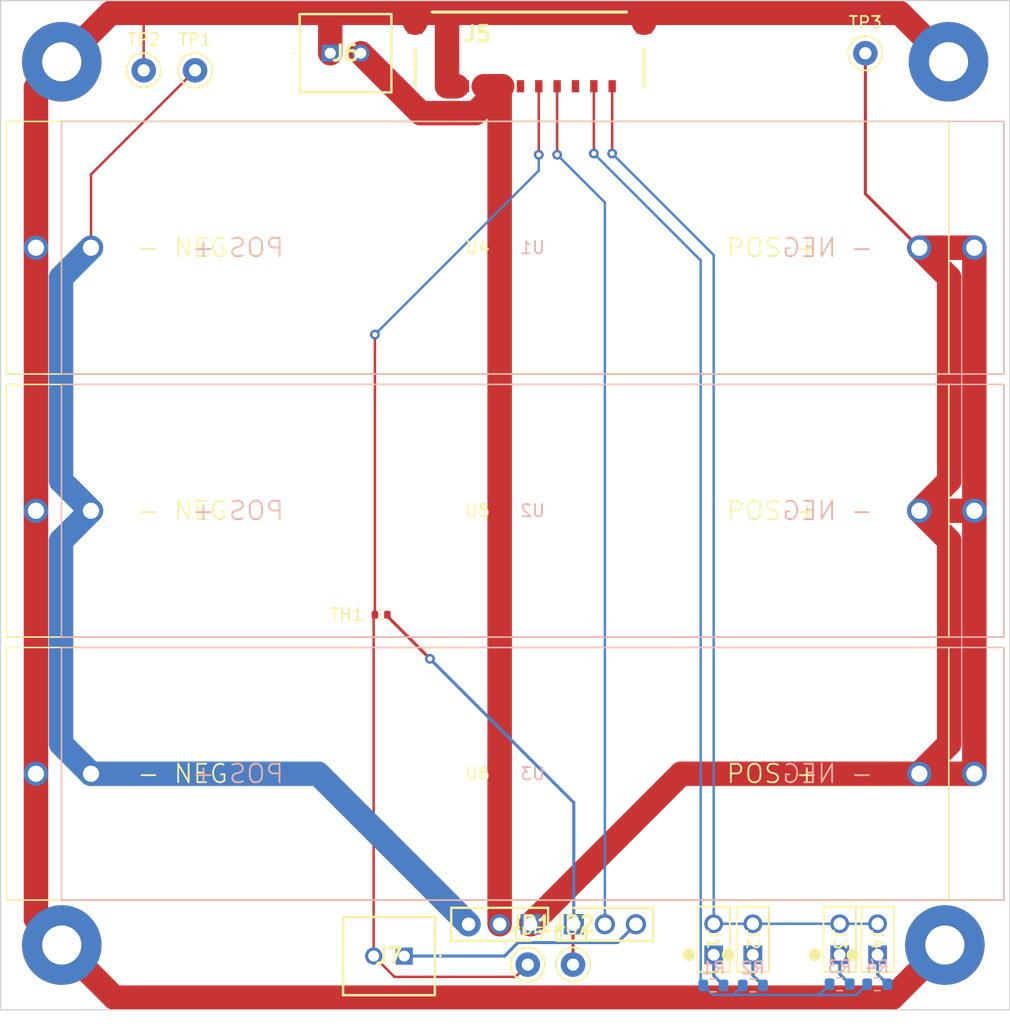
<source format=kicad_pcb>
(kicad_pcb (version 20221018) (generator pcbnew)
  (layers (0 "F.Cu" signal) (31 "B.Cu" signal) (34 "B.Paste" user) (35 "F.Paste" user) (36 "B.SilkS" user "B.Silkscreen") (37 "F.SilkS" user "F.Silkscreen") (38 "B.Mask" user) (39 "F.Mask" user) (44 "Edge.Cuts" user))
  (net 0 "")
  (net 1 "BATTERY_ID_+")
  (net 2 "BATTERY_-")
  (net 3 "/BATTERY_+_OUTPUT")
  (net 5 "THERMISTOR_-")
  (net 6 "THERMISTOR_+")
  (net 8 "BATTERY_ID_-")
  (net 9 "BATTERY_+")
  (net 10 "Net-(J7-Pad1)")
  (net 11 "BATTERY_MID")
  (net 12 "Net-(JP2-Pad1)")
  (net 13 "/2S_1.5MHz_SEL")
  (net 14 "/2S_750kHz_SEL")
  (net 15 "/1S_1.5MHz_SEL")
  (net 16 "/1S_750kHz_SEL")
  (footprint "TestPoint:TestPoint_Keystone_5000-5004_Miniature" (layer "F.Cu") (at 146.7 135.3)
    (fp_text reference "TP5" (at 0 -2.5) (layer "F.SilkS"))
    (fp_text value "White")
    (fp_circle (center 0 0) (end 1.4 0) (stroke (width 0.15)) (fill none) (layer "F.SilkS"))
    (pad "1" thru_hole circle (at 0 0) (size 2 2) (drill 1) (layers "*.Cu" "*.Mask") (net 5 "THERMISTOR_-"))
  )
  (footprint "TestPoint:TestPoint_Keystone_5000-5004_Miniature" (layer "F.Cu") (at 150.4 135.3)
    (fp_text reference "TP4" (at 0 -2.5) (layer "F.SilkS"))
    (fp_text value "White")
    (fp_circle (center 0 0) (end 1.4 0) (stroke (width 0.15)) (fill none) (layer "F.SilkS"))
    (pad "1" thru_hole circle (at 0 0) (size 2 2) (drill 1) (layers "*.Cu" "*.Mask") (net 12 "Net-(JP2-Pad1)"))
  )
  (footprint "TestPoint:TestPoint_Keystone_5000-5004_Miniature" (layer "F.Cu") (at 115.3 62.2)
    (fp_text reference "TP2" (at 0 -2.5) (layer "F.SilkS"))
    (fp_text value "Black")
    (fp_circle (center 0 0) (end 1.4 0) (stroke (width 0.15)) (fill none) (layer "F.SilkS"))
    (pad "1" thru_hole circle (at 0 0) (size 2 2) (drill 1) (layers "*.Cu" "*.Mask") (net 2 "BATTERY_-"))
  )
  (footprint "footprints:BAT_1043" (layer "F.Cu") (at 142.6 119.7)
    (fp_text reference "U6" (at 0 0) (layer "F.SilkS"))
    (fp_text value "1043")
    (fp_text user "- NEG" (at -27.94 0 unlocked) (layer "F.SilkS") (effects (font (size 1.5 1.5)) (justify left)))
    (fp_text user "POS +" (at 27.94 0 unlocked) (layer "F.SilkS") (effects (font (size 1.5 1.5)) (justify right)))
    (fp_line (start -38.525 -10.325) (end -38.525 10.325) (stroke (width 0.127)) (layer "F.SilkS"))
    (fp_line (start -38.525 10.325) (end 38.525 10.325) (stroke (width 0.127)) (layer "F.SilkS"))
    (fp_line (start 38.525 -10.325) (end -38.525 -10.325) (stroke (width 0.127)) (layer "F.SilkS"))
    (fp_line (start 38.525 10.325) (end 38.525 -10.325) (stroke (width 0.127)) (layer "F.SilkS"))
    (pad "" np_thru_hole circle (at -27.29 7.87) (size 3.55 3.55) (drill 3.55) (layers "*.Cu" "*.Mask"))
    (pad "" np_thru_hole circle (at 27.91 -7.87) (size 3.55 3.55) (drill 3.55) (layers "*.Cu" "*.Mask"))
    (pad "" np_thru_hole circle (at 36.11 7.87) (size 2.39 2.39) (drill 2.39) (layers "*.Cu" "*.Mask"))
    (pad "N" thru_hole circle (at -36.11 0) (size 1.98 1.98) (drill 1.32) (layers "*.Cu" "*.Mask") (net 2 "BATTERY_-"))
    (pad "P" thru_hole circle (at 36.11 0) (size 1.98 1.98) (drill 1.32) (layers "*.Cu" "*.Mask") (net 11 "BATTERY_MID"))
  )
  (footprint "TestPoint:TestPoint_Keystone_5000-5004_Miniature" (layer "F.Cu") (at 174.3 60.8)
    (fp_text reference "TP3" (at 0 -2.5) (layer "F.SilkS"))
    (fp_text value "White")
    (fp_circle (center 0 0) (end 1.4 0) (stroke (width 0.15)) (fill none) (layer "F.SilkS"))
    (pad "1" thru_hole circle (at 0 0) (size 2 2) (drill 1) (layers "*.Cu" "*.Mask") (net 11 "BATTERY_MID"))
  )
  (footprint "footprints:77311-818-02LF_AMP" (layer "F.Cu") (at 175.3 134.5 -90)
    (fp_text reference "J4" (at -1.27 0 -90 unlocked) (layer "F.SilkS"))
    (fp_text value "77311-818-02LF")
    (fp_line (start -3.937 -1.3208) (end -3.937 1.3208) (stroke (width 0.1524)) (layer "F.SilkS"))
    (fp_line (start -3.937 1.3208) (end 1.397 1.3208) (stroke (width 0.1524)) (layer "F.SilkS"))
    (fp_line (start 1.397 -1.3208) (end -3.937 -1.3208) (stroke (width 0.1524)) (layer "F.SilkS"))
    (fp_line (start 1.397 1.3208) (end 1.397 -1.3208) (stroke (width 0.1524)) (layer "F.SilkS"))
    (fp_circle (center 0 2.032) (end 0.254 2.032) (stroke (width 0.508)) (fill none) (layer "F.SilkS"))
    (pad "1" thru_hole rect (at 0 0 270) (size 1.524 1.524) (drill 0.9652) (layers "*.Cu" "*.Mask") (net 16 "/1S_750kHz_SEL"))
    (pad "2" thru_hole circle (at -2.54 0 270) (size 1.524 1.524) (drill 1.016) (layers "*.Cu" "*.Mask") (net 1 "BATTERY_ID_+"))
  )
  (footprint "footprints:HDRV3W64P0X254_1X3_762X254X869P" (layer "F.Cu") (at 150.46 132)
    (fp_text reference "JP2" (at 0 0) (layer "F.SilkS") (effects (font (size 1.27 1.27) (thickness 0.254))))
    (fp_text value "3P Header" hide)
    (fp_line (start -1.42 0) (end -1.42 1.345) (stroke (width 0.2)) (layer "F.SilkS"))
    (fp_line (start -1.42 1.345) (end 6.5 1.345) (stroke (width 0.2)) (layer "F.SilkS"))
    (fp_line (start 6.5 -1.345) (end 0 -1.345) (stroke (width 0.2)) (layer "F.SilkS"))
    (fp_line (start 6.5 1.345) (end 6.5 -1.345) (stroke (width 0.2)) (layer "F.SilkS"))
    (pad "1" thru_hole rect (at 0 0) (size 1.65 1.65) (drill 1.1) (layers "*.Cu" "*.Mask") (net 12 "Net-(JP2-Pad1)"))
    (pad "2" thru_hole circle (at 2.54 0) (size 1.65 1.65) (drill 1.1) (layers "*.Cu" "*.Mask") (net 6 "THERMISTOR_+"))
    (pad "3" thru_hole circle (at 5.08 0) (size 1.65 1.65) (drill 1.1) (layers "*.Cu" "*.Mask") (net 10 "Net-(J7-Pad1)"))
  )
  (footprint "footprints:BAT_1043" (layer "F.Cu") (at 142.6 98.2)
    (fp_text reference "U5" (at 0 0) (layer "F.SilkS"))
    (fp_text value "1043")
    (fp_text user "POS +" (at 27.94 0 unlocked) (layer "F.SilkS") (effects (font (size 1.5 1.5)) (justify right)))
    (fp_text user "- NEG" (at -27.94 0 unlocked) (layer "F.SilkS") (effects (font (size 1.5 1.5)) (justify left)))
    (fp_line (start -38.525 -10.325) (end -38.525 10.325) (stroke (width 0.127)) (layer "F.SilkS"))
    (fp_line (start -38.525 10.325) (end 38.525 10.325) (stroke (width 0.127)) (layer "F.SilkS"))
    (fp_line (start 38.525 -10.325) (end -38.525 -10.325) (stroke (width 0.127)) (layer "F.SilkS"))
    (fp_line (start 38.525 10.325) (end 38.525 -10.325) (stroke (width 0.127)) (layer "F.SilkS"))
    (pad "" np_thru_hole circle (at -27.29 7.87) (size 3.55 3.55) (drill 3.55) (layers "*.Cu" "*.Mask"))
    (pad "" np_thru_hole circle (at 27.91 -7.87) (size 3.55 3.55) (drill 3.55) (layers "*.Cu" "*.Mask"))
    (pad "" np_thru_hole circle (at 36.11 7.87) (size 2.39 2.39) (drill 2.39) (layers "*.Cu" "*.Mask"))
    (pad "N" thru_hole circle (at -36.11 0) (size 1.98 1.98) (drill 1.32) (layers "*.Cu" "*.Mask") (net 2 "BATTERY_-"))
    (pad "P" thru_hole circle (at 36.11 0) (size 1.98 1.98) (drill 1.32) (layers "*.Cu" "*.Mask") (net 11 "BATTERY_MID"))
  )
  (footprint "footprints:HDRV3W64P0X254_1X3_762X254X869P" (layer "F.Cu") (at 146.94 132 180)
    (fp_text reference "JP1" (at 0 0) (layer "F.SilkS") (effects (font (size 1.27 1.27) (thickness 0.254))))
    (fp_text value "3P Header" hide)
    (fp_line (start -1.42 0) (end -1.42 1.345) (stroke (width 0.2)) (layer "F.SilkS"))
    (fp_line (start -1.42 1.345) (end 6.5 1.345) (stroke (width 0.2)) (layer "F.SilkS"))
    (fp_line (start 6.5 -1.345) (end 0 -1.345) (stroke (width 0.2)) (layer "F.SilkS"))
    (fp_line (start 6.5 1.345) (end 6.5 -1.345) (stroke (width 0.2)) (layer "F.SilkS"))
    (pad "1" thru_hole rect (at 0 0 180) (size 1.65 1.65) (drill 1.1) (layers "*.Cu" "*.Mask") (net 11 "BATTERY_MID"))
    (pad "2" thru_hole circle (at 2.54 0 180) (size 1.65 1.65) (drill 1.1) (layers "*.Cu" "*.Mask") (net 3 "/BATTERY_+_OUTPUT"))
    (pad "3" thru_hole circle (at 5.08 0 180) (size 1.65 1.65) (drill 1.1) (layers "*.Cu" "*.Mask") (net 9 "BATTERY_+"))
  )
  (footprint "footprints:77311-818-02LF_AMP" (layer "F.Cu") (at 165.1 134.5 -90)
    (fp_text reference "J2" (at -1.27 0 -90 unlocked) (layer "F.SilkS"))
    (fp_text value "77311-818-02LF")
    (fp_line (start -3.937 -1.3208) (end -3.937 1.3208) (stroke (width 0.1524)) (layer "F.SilkS"))
    (fp_line (start -3.937 1.3208) (end 1.397 1.3208) (stroke (width 0.1524)) (layer "F.SilkS"))
    (fp_line (start 1.397 -1.3208) (end -3.937 -1.3208) (stroke (width 0.1524)) (layer "F.SilkS"))
    (fp_line (start 1.397 1.3208) (end 1.397 -1.3208) (stroke (width 0.1524)) (layer "F.SilkS"))
    (fp_circle (center 0 2.032) (end 0.254 2.032) (stroke (width 0.508)) (fill none) (layer "F.SilkS"))
    (pad "1" thru_hole rect (at 0 0 270) (size 1.524 1.524) (drill 0.9652) (layers "*.Cu" "*.Mask") (net 14 "/2S_750kHz_SEL"))
    (pad "2" thru_hole circle (at -2.54 0 270) (size 1.524 1.524) (drill 1.016) (layers "*.Cu" "*.Mask") (net 1 "BATTERY_ID_+"))
  )
  (footprint "Resistor_SMD:R_0402_1005Metric" (layer "F.Cu") (at 134.71 106.7 180)
    (fp_text reference "TH1" (at 2.81 0) (layer "F.SilkS"))
    (fp_text value "10k NTC")
    (fp_line (start -0.153641 -0.38) (end 0.153641 -0.38) (stroke (width 0.12)) (layer "F.SilkS"))
    (fp_line (start -0.153641 0.38) (end 0.153641 0.38) (stroke (width 0.12)) (layer "F.SilkS"))
    (pad "1" smd roundrect (at -0.51 0 180) (size 0.54 0.64) (layers "F.Cu" "F.Paste" "F.Mask") (net 12 "Net-(JP2-Pad1)"))
    (pad "2" smd roundrect (at 0.51 0 180) (size 0.54 0.64) (layers "F.Cu" "F.Paste" "F.Mask") (net 5 "THERMISTOR_-"))
  )
  (footprint "footprints:B02BXASK1LFSN" (layer "F.Cu") (at 136.6 134.6)
    (fp_text reference "J7" (at -1.25 0) (layer "F.SilkS") (effects (font (size 1.27 1.27) (thickness 0.254))))
    (fp_text value "B02B-XASK-1 (LF)(SN)" hide)
    (fp_line (start -5 -3.2) (end 2.5 -3.2) (stroke (width 0.2)) (layer "F.SilkS"))
    (fp_line (start -5 3.2) (end -5 -3.2) (stroke (width 0.2)) (layer "F.SilkS"))
    (fp_line (start 2.5 -3.2) (end 2.5 3.2) (stroke (width 0.2)) (layer "F.SilkS"))
    (fp_line (start 2.5 3.2) (end -5 3.2) (stroke (width 0.2)) (layer "F.SilkS"))
    (fp_line (start 2.9 0) (end 2.9 0) (stroke (width 0.1)) (layer "F.SilkS"))
    (fp_line (start 3 0) (end 3 0) (stroke (width 0.1)) (layer "F.SilkS"))
    (fp_arc (start 2.9 0) (mid 2.95 -0.05) (end 3 0) (stroke (width 0.1)) (layer "F.SilkS"))
    (fp_arc (start 3 0) (mid 2.95 0.05) (end 2.9 0) (stroke (width 0.1)) (layer "F.SilkS"))
    (pad "1" thru_hole rect (at 0 0) (size 1.4 1.4) (drill 0.9) (layers "*.Cu" "*.Mask") (net 10 "Net-(J7-Pad1)"))
    (pad "2" thru_hole circle (at -2.5 0) (size 1.4 1.4) (drill 0.9) (layers "*.Cu" "*.Mask") (net 5 "THERMISTOR_-"))
  )
  (footprint "footprints:504050-1091" (layer "F.Cu") (at 153.6 63.5)
    (fp_text reference "J5" (at -11.003 -4.269) (layer "F.SilkS") (effects (font (size 1.27 1.27) (thickness 0.254))))
    (fp_text value "504050-1091" hide)
    (fp_line (start -16.105 -3.032) (end -16.105 0) (stroke (width 0.254)) (layer "F.SilkS"))
    (fp_line (start -14.712 -6.063) (end 1.17 -6.063) (stroke (width 0.254)) (layer "F.SilkS"))
    (fp_line (start 2.605 -3.032) (end 2.605 0) (stroke (width 0.254)) (layer "F.SilkS"))
    (pad "1" smd rect (at -13.5 0) (size 0.6 1) (layers "F.Cu" "F.Paste" "F.Mask") (net 2 "BATTERY_-"))
    (pad "2" smd rect (at -12 0) (size 0.6 1) (layers "F.Cu" "F.Paste" "F.Mask") (net 2 "BATTERY_-"))
    (pad "3" smd rect (at -10.5 0) (size 0.6 1) (layers "F.Cu" "F.Paste" "F.Mask") (net 3 "/BATTERY_+_OUTPUT"))
    (pad "4" smd rect (at -9 0) (size 0.6 1) (layers "F.Cu" "F.Paste" "F.Mask") (net 3 "/BATTERY_+_OUTPUT"))
    (pad "5" smd rect (at -7.5 0) (size 0.6 1) (layers "F.Cu" "F.Paste" "F.Mask"))
    (pad "6" smd rect (at -6 0) (size 0.6 1) (layers "F.Cu" "F.Paste" "F.Mask") (net 5 "THERMISTOR_-"))
    (pad "7" smd rect (at -4.5 0) (size 0.6 1) (layers "F.Cu" "F.Paste" "F.Mask") (net 6 "THERMISTOR_+"))
    (pad "8" smd rect (at -3 0) (size 0.6 1) (layers "F.Cu" "F.Paste" "F.Mask"))
    (pad "9" smd rect (at -1.5 0) (size 0.6 1) (layers "F.Cu" "F.Paste" "F.Mask") (net 8 "BATTERY_ID_-"))
    (pad "10" smd rect (at 0 0) (size 0.6 1) (layers "F.Cu" "F.Paste" "F.Mask") (net 1 "BATTERY_ID_+"))
    (pad "11" smd rect (at 2.605 -5.19) (size 1.25 1.8) (layers "F.Cu" "F.Paste" "F.Mask") (net 2 "BATTERY_-"))
    (pad "12" smd rect (at -16.105 -5.19) (size 1.25 1.8) (layers "F.Cu" "F.Paste" "F.Mask") (net 2 "BATTERY_-"))
  )
  (footprint "footprints:77311-818-02LF_AMP" (layer "F.Cu") (at 161.9 134.5 -90)
    (fp_text reference "J1" (at -1.27 0 -90 unlocked) (layer "F.SilkS"))
    (fp_text value "77311-818-02LF")
    (fp_line (start -3.937 -1.3208) (end -3.937 1.3208) (stroke (width 0.1524)) (layer "F.SilkS"))
    (fp_line (start -3.937 1.3208) (end 1.397 1.3208) (stroke (width 0.1524)) (layer "F.SilkS"))
    (fp_line (start 1.397 -1.3208) (end -3.937 -1.3208) (stroke (width 0.1524)) (layer "F.SilkS"))
    (fp_line (start 1.397 1.3208) (end 1.397 -1.3208) (stroke (width 0.1524)) (layer "F.SilkS"))
    (fp_circle (center 0 2.032) (end 0.254 2.032) (stroke (width 0.508)) (fill none) (layer "F.SilkS"))
    (pad "1" thru_hole rect (at 0 0 270) (size 1.524 1.524) (drill 0.9652) (layers "*.Cu" "*.Mask") (net 13 "/2S_1.5MHz_SEL"))
    (pad "2" thru_hole circle (at -2.54 0 270) (size 1.524 1.524) (drill 1.016) (layers "*.Cu" "*.Mask") (net 1 "BATTERY_ID_+"))
  )
  (footprint "TestPoint:TestPoint_Keystone_5000-5004_Miniature" (layer "F.Cu") (at 119.5 62.2)
    (fp_text reference "TP1" (at 0 -2.5) (layer "F.SilkS"))
    (fp_text value "Red")
    (fp_circle (center 0 0) (end 1.4 0) (stroke (width 0.15)) (fill none) (layer "F.SilkS"))
    (pad "1" thru_hole circle (at 0 0) (size 2 2) (drill 1) (layers "*.Cu" "*.Mask") (net 9 "BATTERY_+"))
  )
  (footprint "footprints:77311-818-02LF_AMP" (layer "F.Cu") (at 172.2 134.5 -90)
    (fp_text reference "J3" (at -1.27 0 -90 unlocked) (layer "F.SilkS"))
    (fp_text value "77311-818-02LF")
    (fp_line (start -3.937 -1.3208) (end -3.937 1.3208) (stroke (width 0.1524)) (layer "F.SilkS"))
    (fp_line (start -3.937 1.3208) (end 1.397 1.3208) (stroke (width 0.1524)) (layer "F.SilkS"))
    (fp_line (start 1.397 -1.3208) (end -3.937 -1.3208) (stroke (width 0.1524)) (layer "F.SilkS"))
    (fp_line (start 1.397 1.3208) (end 1.397 -1.3208) (stroke (width 0.1524)) (layer "F.SilkS"))
    (fp_circle (center 0 2.032) (end 0.254 2.032) (stroke (width 0.508)) (fill none) (layer "F.SilkS"))
    (pad "1" thru_hole rect (at 0 0 270) (size 1.524 1.524) (drill 0.9652) (layers "*.Cu" "*.Mask") (net 15 "/1S_1.5MHz_SEL"))
    (pad "2" thru_hole circle (at -2.54 0 270) (size 1.524 1.524) (drill 1.016) (layers "*.Cu" "*.Mask") (net 1 "BATTERY_ID_+"))
  )
  (footprint "footprints:B02BXASK1LFSN" (layer "F.Cu") (at 130.55 60.8 180)
    (fp_text reference "J6" (at -1.25 0) (layer "F.SilkS") (effects (font (size 1.27 1.27) (thickness 0.254))))
    (fp_text value "B02B-XASK-1 (LF)(SN)" hide)
    (fp_line (start -5 -3.2) (end 2.5 -3.2) (stroke (width 0.2)) (layer "F.SilkS"))
    (fp_line (start -5 3.2) (end -5 -3.2) (stroke (width 0.2)) (layer "F.SilkS"))
    (fp_line (start 2.5 -3.2) (end 2.5 3.2) (stroke (width 0.2)) (layer "F.SilkS"))
    (fp_line (start 2.5 3.2) (end -5 3.2) (stroke (width 0.2)) (layer "F.SilkS"))
    (fp_line (start 2.9 0) (end 2.9 0) (stroke (width 0.1)) (layer "F.SilkS"))
    (fp_line (start 3 0) (end 3 0) (stroke (width 0.1)) (layer "F.SilkS"))
    (fp_arc (start 2.9 0) (mid 2.95 -0.05) (end 3 0) (stroke (width 0.1)) (layer "F.SilkS"))
    (fp_arc (start 3 0) (mid 2.95 0.05) (end 2.9 0) (stroke (width 0.1)) (layer "F.SilkS"))
    (pad "1" thru_hole rect (at 0 0 180) (size 1.4 1.4) (drill 0.9) (layers "*.Cu" "*.Mask") (net 2 "BATTERY_-"))
    (pad "2" thru_hole circle (at -2.5 0 180) (size 1.4 1.4) (drill 0.9) (layers "*.Cu" "*.Mask") (net 3 "/BATTERY_+_OUTPUT"))
  )
  (footprint "footprints:BAT_1043" (layer "F.Cu") (at 142.6 76.7)
    (fp_text reference "U4" (at 0 0) (layer "F.SilkS"))
    (fp_text value "1043")
    (fp_text user "POS +" (at 27.94 0 unlocked) (layer "F.SilkS") (effects (font (size 1.5 1.5)) (justify right)))
    (fp_text user "- NEG" (at -27.94 0 unlocked) (layer "F.SilkS") (effects (font (size 1.5 1.5)) (justify left)))
    (fp_line (start -38.525 -10.325) (end -38.525 10.325) (stroke (width 0.127)) (layer "F.SilkS"))
    (fp_line (start -38.525 10.325) (end 38.525 10.325) (stroke (width 0.127)) (layer "F.SilkS"))
    (fp_line (start 38.525 -10.325) (end -38.525 -10.325) (stroke (width 0.127)) (layer "F.SilkS"))
    (fp_line (start 38.525 10.325) (end 38.525 -10.325) (stroke (width 0.127)) (layer "F.SilkS"))
    (pad "" np_thru_hole circle (at -27.29 7.87) (size 3.55 3.55) (drill 3.55) (layers "*.Cu" "*.Mask"))
    (pad "" np_thru_hole circle (at 27.91 -7.87) (size 3.55 3.55) (drill 3.55) (layers "*.Cu" "*.Mask"))
    (pad "" np_thru_hole circle (at 36.11 7.87) (size 2.39 2.39) (drill 2.39) (layers "*.Cu" "*.Mask"))
    (pad "N" thru_hole circle (at -36.11 0) (size 1.98 1.98) (drill 1.32) (layers "*.Cu" "*.Mask") (net 2 "BATTERY_-"))
    (pad "P" thru_hole circle (at 36.11 0) (size 1.98 1.98) (drill 1.32) (layers "*.Cu" "*.Mask") (net 11 "BATTERY_MID"))
  )
  (footprint "Resistor_SMD:R_0603_1608Metric" (layer "B.Cu") (at 172.2 136.9 180)
    (fp_text reference "R3" (at 0 1.43) (layer "B.SilkS") (effects (justify mirror)))
    (fp_text value "3.0k")
    (fp_line (start -0.237258 -0.5225) (end 0.237258 -0.5225) (stroke (width 0.12)) (layer "B.SilkS"))
    (fp_line (start -0.237258 0.5225) (end 0.237258 0.5225) (stroke (width 0.12)) (layer "B.SilkS"))
    (pad "1" smd roundrect (at -0.825 0 180) (size 0.8 0.95) (layers "B.Cu" "B.Paste" "B.Mask") (net 15 "/1S_1.5MHz_SEL"))
    (pad "2" smd roundrect (at 0.825 0 180) (size 0.8 0.95) (layers "B.Cu" "B.Paste" "B.Mask") (net 8 "BATTERY_ID_-"))
  )
  (footprint "footprints:BAT_1043" (layer "B.Cu") (at 147.1 98.2 180)
    (fp_text reference "U2" (at 0 0) (layer "B.SilkS") (effects (justify mirror)))
    (fp_text value "1043")
    (fp_text user "POS +" (at 27.94 0 unlocked) (layer "B.SilkS") (effects (font (size 1.5 1.5)) (justify right mirror)))
    (fp_text user "- NEG" (at -27.94 0 unlocked) (layer "B.SilkS") (effects (font (size 1.5 1.5)) (justify left mirror)))
    (fp_line (start -38.525 -10.325) (end 38.525 -10.325) (stroke (width 0.127)) (layer "B.SilkS"))
    (fp_line (start -38.525 10.325) (end -38.525 -10.325) (stroke (width 0.127)) (layer "B.SilkS"))
    (fp_line (start 38.525 -10.325) (end 38.525 10.325) (stroke (width 0.127)) (layer "B.SilkS"))
    (fp_line (start 38.525 10.325) (end -38.525 10.325) (stroke (width 0.127)) (layer "B.SilkS"))
    (pad "" np_thru_hole circle (at -27.29 -7.87 180) (size 3.55 3.55) (drill 3.55) (layers "*.Cu" "*.Mask"))
    (pad "" np_thru_hole circle (at 27.91 7.87 180) (size 3.55 3.55) (drill 3.55) (layers "*.Cu" "*.Mask"))
    (pad "" np_thru_hole circle (at 36.11 -7.87 180) (size 2.39 2.39) (drill 2.39) (layers "*.Cu" "*.Mask"))
    (pad "N" thru_hole circle (at -36.11 0 180) (size 1.98 1.98) (drill 1.32) (layers "*.Cu" "*.Mask") (net 11 "BATTERY_MID"))
    (pad "P" thru_hole circle (at 36.11 0 180) (size 1.98 1.98) (drill 1.32) (layers "*.Cu" "*.Mask") (net 9 "BATTERY_+"))
  )
  (footprint "Resistor_SMD:R_0603_1608Metric" (layer "B.Cu") (at 161.875 137 180)
    (fp_text reference "R1" (at 0 1.43) (layer "B.SilkS") (effects (justify mirror)))
    (fp_text value "6.04k")
    (fp_line (start -0.237258 -0.5225) (end 0.237258 -0.5225) (stroke (width 0.12)) (layer "B.SilkS"))
    (fp_line (start -0.237258 0.5225) (end 0.237258 0.5225) (stroke (width 0.12)) (layer "B.SilkS"))
    (pad "1" smd roundrect (at -0.825 0 180) (size 0.8 0.95) (layers "B.Cu" "B.Paste" "B.Mask") (net 13 "/2S_1.5MHz_SEL"))
    (pad "2" smd roundrect (at 0.825 0 180) (size 0.8 0.95) (layers "B.Cu" "B.Paste" "B.Mask") (net 8 "BATTERY_ID_-"))
  )
  (footprint "Resistor_SMD:R_0603_1608Metric" (layer "B.Cu") (at 165.1 137 180)
    (fp_text reference "R2" (at 0 1.43) (layer "B.SilkS") (effects (justify mirror)))
    (fp_text value "8.2k")
    (fp_line (start -0.237258 -0.5225) (end 0.237258 -0.5225) (stroke (width 0.12)) (layer "B.SilkS"))
    (fp_line (start -0.237258 0.5225) (end 0.237258 0.5225) (stroke (width 0.12)) (layer "B.SilkS"))
    (pad "1" smd roundrect (at -0.825 0 180) (size 0.8 0.95) (layers "B.Cu" "B.Paste" "B.Mask") (net 14 "/2S_750kHz_SEL"))
    (pad "2" smd roundrect (at 0.825 0 180) (size 0.8 0.95) (layers "B.Cu" "B.Paste" "B.Mask") (net 8 "BATTERY_ID_-"))
  )
  (footprint "Resistor_SMD:R_0603_1608Metric" (layer "B.Cu") (at 175.275 136.9 180)
    (fp_text reference "R4" (at 0 1.43) (layer "B.SilkS") (effects (justify mirror)))
    (fp_text value "4.7k")
    (fp_line (start -0.237258 -0.5225) (end 0.237258 -0.5225) (stroke (width 0.12)) (layer "B.SilkS"))
    (fp_line (start -0.237258 0.5225) (end 0.237258 0.5225) (stroke (width 0.12)) (layer "B.SilkS"))
    (pad "1" smd roundrect (at -0.825 0 180) (size 0.8 0.95) (layers "B.Cu" "B.Paste" "B.Mask") (net 16 "/1S_750kHz_SEL"))
    (pad "2" smd roundrect (at 0.825 0 180) (size 0.8 0.95) (layers "B.Cu" "B.Paste" "B.Mask") (net 8 "BATTERY_ID_-"))
  )
  (footprint "footprints:BAT_1043" (layer "B.Cu") (at 147.1 76.7 180)
    (fp_text reference "U1" (at 0 0) (layer "B.SilkS") (effects (justify mirror)))
    (fp_text value "1043")
    (fp_text user "POS +" (at 27.94 0 unlocked) (layer "B.SilkS") (effects (font (size 1.5 1.5)) (justify right mirror)))
    (fp_text user "- NEG" (at -27.94 0 unlocked) (layer "B.SilkS") (effects (font (size 1.5 1.5)) (justify left mirror)))
    (fp_line (start -38.525 -10.325) (end 38.525 -10.325) (stroke (width 0.127)) (layer "B.SilkS"))
    (fp_line (start -38.525 10.325) (end -38.525 -10.325) (stroke (width 0.127)) (layer "B.SilkS"))
    (fp_line (start 38.525 -10.325) (end 38.525 10.325) (stroke (width 0.127)) (layer "B.SilkS"))
    (fp_line (start 38.525 10.325) (end -38.525 10.325) (stroke (width 0.127)) (layer "B.SilkS"))
    (pad "" np_thru_hole circle (at -27.29 -7.87 180) (size 3.55 3.55) (drill 3.55) (layers "*.Cu" "*.Mask"))
    (pad "" np_thru_hole circle (at 27.91 7.87 180) (size 3.55 3.55) (drill 3.55) (layers "*.Cu" "*.Mask"))
    (pad "" np_thru_hole circle (at 36.11 -7.87 180) (size 2.39 2.39) (drill 2.39) (layers "*.Cu" "*.Mask"))
    (pad "N" thru_hole circle (at -36.11 0 180) (size 1.98 1.98) (drill 1.32) (layers "*.Cu" "*.Mask") (net 11 "BATTERY_MID"))
    (pad "P" thru_hole circle (at 36.11 0 180) (size 1.98 1.98) (drill 1.32) (layers "*.Cu" "*.Mask") (net 9 "BATTERY_+"))
  )
  (footprint "footprints:BAT_1043" (layer "B.Cu") (at 147.1 119.7 180)
    (fp_text reference "U3" (at 0 0) (layer "B.SilkS") (effects (justify mirror)))
    (fp_text value "1043")
    (fp_text user "- NEG" (at -27.94 0 unlocked) (layer "B.SilkS") (effects (font (size 1.5 1.5)) (justify left mirror)))
    (fp_text user "POS +" (at 27.94 0 unlocked) (layer "B.SilkS") (effects (font (size 1.5 1.5)) (justify right mirror)))
    (fp_line (start -38.525 -10.325) (end 38.525 -10.325) (stroke (width 0.127)) (layer "B.SilkS"))
    (fp_line (start -38.525 10.325) (end -38.525 -10.325) (stroke (width 0.127)) (layer "B.SilkS"))
    (fp_line (start 38.525 -10.325) (end 38.525 10.325) (stroke (width 0.127)) (layer "B.SilkS"))
    (fp_line (start 38.525 10.325) (end -38.525 10.325) (stroke (width 0.127)) (layer "B.SilkS"))
    (pad "" np_thru_hole circle (at -27.29 -7.87 180) (size 3.55 3.55) (drill 3.55) (layers "*.Cu" "*.Mask"))
    (pad "" np_thru_hole circle (at 27.91 7.87 180) (size 3.55 3.55) (drill 3.55) (layers "*.Cu" "*.Mask"))
    (pad "" np_thru_hole circle (at 36.11 -7.87 180) (size 2.39 2.39) (drill 2.39) (layers "*.Cu" "*.Mask"))
    (pad "N" thru_hole circle (at -36.11 0 180) (size 1.98 1.98) (drill 1.32) (layers "*.Cu" "*.Mask") (net 11 "BATTERY_MID"))
    (pad "P" thru_hole circle (at 36.11 0 180) (size 1.98 1.98) (drill 1.32) (layers "*.Cu" "*.Mask") (net 9 "BATTERY_+"))
  )
  (gr_rect (start 103.6 56.5) (end 186.1 139) (stroke (width 0.1)) (fill none) (layer "Edge.Cuts"))
  (segment (start 153.6 69) (end 153.6 63.5) (width 0.2) (layer "F.Cu") (net 1))
  (via (at 153.6 69) (size 0.8) (drill 0.4) (layers "F.Cu" "B.Cu") (net 1))
  (segment (start 161.9 77.3) (end 153.6 69) (width 0.2) (layer "B.Cu") (net 1))
  (segment (start 175.3 131.96) (end 161.9 131.96) (width 0.2) (layer "B.Cu") (net 1))
  (segment (start 161.9 131.96) (end 161.9 77.3) (width 0.2) (layer "B.Cu") (net 1))
  (segment (start 137.495 57.505) (end 137.5 57.5) (width 2) (layer "F.Cu") (net 2))
  (segment (start 140.1 57.5) (end 156.2 57.5) (width 2) (layer "F.Cu") (net 2))
  (segment (start 106.49 76.5) (end 106.49 63.61) (width 2) (layer "F.Cu") (net 2))
  (segment (start 106.49 63.61) (end 108.6 61.5) (width 2) (layer "F.Cu") (net 2))
  (segment (start 106.49 76.5) (end 106.49 131.59) (width 2) (layer "F.Cu") (net 2))
  (segment (start 156.205 58.31) (end 156.205 57.505) (width 2) (layer "F.Cu") (net 2))
  (segment (start 137.495 58.31) (end 137.495 57.505) (width 2) (layer "F.Cu") (net 2))
  (segment (start 115.3 62.2) (end 115.3 57.5) (width 0.2) (layer "F.Cu") (net 2))
  (segment (start 137.5 57.5) (end 140.1 57.5) (width 2) (layer "F.Cu") (net 2))
  (segment (start 106.49 131.59) (end 108.6 133.7) (width 2) (layer "F.Cu") (net 2))
  (segment (start 130.55 57.55) (end 130.6 57.5) (width 2) (layer "F.Cu") (net 2))
  (segment (start 140.1 63.5) (end 140.1 57.5) (width 2) (layer "F.Cu") (net 2))
  (segment (start 176.5 138) (end 180.8 133.7) (width 2) (layer "F.Cu") (net 2))
  (segment (start 108.6 61.5) (end 112.6 57.5) (width 2) (layer "F.Cu") (net 2))
  (segment (start 130.6 57.5) (end 137.5 57.5) (width 2) (layer "F.Cu") (net 2))
  (segment (start 156.205 57.505) (end 156.2 57.5) (width 2) (layer "F.Cu") (net 2))
  (segment (start 140.1 63.5) (end 140.9 63.5) (width 2) (layer "F.Cu") (net 2))
  (segment (start 177.1 57.5) (end 181.1 61.5) (width 2) (layer "F.Cu") (net 2))
  (segment (start 130.55 60.8) (end 130.55 57.55) (width 2) (layer "F.Cu") (net 2))
  (segment (start 112.9 138) (end 176.5 138) (width 2) (layer "F.Cu") (net 2))
  (segment (start 156.2 57.5) (end 177.1 57.5) (width 2) (layer "F.Cu") (net 2))
  (segment (start 108.6 133.7) (end 112.9 138) (width 2) (layer "F.Cu") (net 2))
  (segment (start 112.6 57.5) (end 115.3 57.5) (width 2) (layer "F.Cu") (net 2))
  (segment (start 115.3 57.5) (end 130.6 57.5) (width 2) (layer "F.Cu") (net 2))
  (via (at 181.1 61.5) (size 6.5) (drill 3.2) (layers "F.Cu" "B.Cu") (net 2))
  (via (at 108.6 133.7) (size 6.5) (drill 3.2) (layers "F.Cu" "B.Cu") (net 2))
  (via (at 180.8 133.7) (size 6.5) (drill 3.2) (layers "F.Cu" "B.Cu") (net 2))
  (via (at 108.6 61.5) (size 6.5) (drill 3.2) (layers "F.Cu" "B.Cu") (net 2))
  (segment (start 144.6 63.5) (end 143.1 63.5) (width 2) (layer "F.Cu") (net 3))
  (segment (start 133.05 60.8) (end 137.95 65.7) (width 2) (layer "F.Cu") (net 3))
  (segment (start 144.4 132) (end 144.4 63.7) (width 2) (layer "F.Cu") (net 3))
  (segment (start 137.95 65.7) (end 142.4 65.7) (width 2) (layer "F.Cu") (net 3))
  (segment (start 144.4 63.7) (end 144.6 63.5) (width 2) (layer "F.Cu") (net 3))
  (segment (start 142.4 65.7) (end 144.4 63.7) (width 2) (layer "F.Cu") (net 3))
  (segment (start 147.6 69.1) (end 147.6 63.5) (width 0.2) (layer "F.Cu") (net 5))
  (segment (start 134.1 106.8) (end 134.2 106.7) (width 0.2) (layer "F.Cu") (net 5))
  (segment (start 134.2 84.5) (end 134.2 83.8) (width 0.2) (layer "F.Cu") (net 5))
  (segment (start 134.2 106.7) (end 134.2 84.5) (width 0.2) (layer "F.Cu") (net 5))
  (segment (start 146.7 135.3) (end 145.7 136.3) (width 0.2) (layer "F.Cu") (net 5))
  (segment (start 134.1 134.6) (end 134.1 106.8) (width 0.2) (layer "F.Cu") (net 5))
  (segment (start 145.7 136.3) (end 135.8 136.3) (width 0.2) (layer "F.Cu") (net 5))
  (segment (start 135.8 136.3) (end 134.1 134.6) (width 0.2) (layer "F.Cu") (net 5))
  (via (at 147.6 69.1) (size 0.8) (drill 0.4) (layers "F.Cu" "B.Cu") (net 5))
  (via (at 134.2 83.8) (size 0.8) (drill 0.4) (layers "F.Cu" "B.Cu") (net 5))
  (segment (start 134.2 83.8) (end 147.6 70.4) (width 0.2) (layer "B.Cu") (net 5))
  (segment (start 147.6 70.4) (end 147.6 69.1) (width 0.2) (layer "B.Cu") (net 5))
  (segment (start 149.1 69.1) (end 149.1 63.5) (width 0.2) (layer "F.Cu") (net 6))
  (via (at 149.1 69.1) (size 0.8) (drill 0.4) (layers "F.Cu" "B.Cu") (net 6))
  (segment (start 153 73) (end 149.1 69.1) (width 0.2) (layer "B.Cu") (net 6))
  (segment (start 153 132) (end 153 73) (width 0.2) (layer "B.Cu") (net 6))
  (segment (start 152.1 69) (end 152.1 63.5) (width 0.2) (layer "F.Cu") (net 8))
  (via (at 152.1 69) (size 0.8) (drill 0.4) (layers "F.Cu" "B.Cu") (net 8))
  (segment (start 163.5 137.775) (end 161.825 137.775) (width 0.2) (layer "B.Cu") (net 8))
  (segment (start 170.5 137.775) (end 163.5 137.775) (width 0.2) (layer "B.Cu") (net 8))
  (segment (start 171.375 136.9) (end 170.5 137.775) (width 0.2) (layer "B.Cu") (net 8))
  (segment (start 173.575 137.775) (end 170.5 137.775) (width 0.2) (layer "B.Cu") (net 8))
  (segment (start 164.275 137) (end 163.5 137.775) (width 0.2) (layer "B.Cu") (net 8))
  (segment (start 160.838 77.738) (end 152.1 69) (width 0.2) (layer "B.Cu") (net 8))
  (segment (start 161.825 137.775) (end 161.05 137) (width 0.2) (layer "B.Cu") (net 8))
  (segment (start 174.45 136.9) (end 173.575 137.775) (width 0.2) (layer "B.Cu") (net 8))
  (segment (start 161.05 137) (end 160.838 136.788) (width 0.2) (layer "B.Cu") (net 8))
  (segment (start 160.838 136.788) (end 160.838 77.738) (width 0.2) (layer "B.Cu") (net 8))
  (segment (start 119.5 62.2) (end 110.99 70.71) (width 0.2) (layer "F.Cu") (net 9))
  (segment (start 110.99 70.71) (end 110.99 76.7) (width 0.2) (layer "F.Cu") (net 9))
  (segment (start 110.99 119.7) (end 129.56 119.7) (width 2) (layer "B.Cu") (net 9))
  (segment (start 110.99 98.2) (end 108.545 95.755) (width 2) (layer "B.Cu") (net 9))
  (segment (start 108.545 79.145) (end 110.99 76.7) (width 2) (layer "B.Cu") (net 9))
  (segment (start 108.545 117.255) (end 108.545 100.645) (width 2) (layer "B.Cu") (net 9))
  (segment (start 110.99 119.7) (end 108.545 117.255) (width 2) (layer "B.Cu") (net 9))
  (segment (start 108.545 100.645) (end 110.99 98.2) (width 2) (layer "B.Cu") (net 9))
  (segment (start 129.56 119.7) (end 141.86 132) (width 2) (layer "B.Cu") (net 9))
  (segment (start 108.545 95.755) (end 108.545 79.145) (width 2) (layer "B.Cu") (net 9))
  (segment (start 136.6 134.6) (end 144.8 134.6) (width 0.25) (layer "B.Cu") (net 10))
  (segment (start 144.8 134.6) (end 145.9 133.5) (width 0.25) (layer "B.Cu") (net 10))
  (segment (start 145.9 133.5) (end 154.04 133.5) (width 0.25) (layer "B.Cu") (net 10))
  (segment (start 154.04 133.5) (end 155.54 132) (width 0.25) (layer "B.Cu") (net 10))
  (segment (start 174.3 72.29) (end 178.71 76.7) (width 0.25) (layer "F.Cu") (net 11))
  (segment (start 178.71 119.7) (end 159.24 119.7) (width 2) (layer "F.Cu") (net 11))
  (segment (start 174.3 60.8) (end 174.3 72.29) (width 0.25) (layer "F.Cu") (net 11))
  (segment (start 181.155 100.645) (end 181.155 117.255) (width 2) (layer "F.Cu") (net 11))
  (segment (start 178.71 76.7) (end 181.155 79.145) (width 2) (layer "F.Cu") (net 11))
  (segment (start 181.155 95.755) (end 178.71 98.2) (width 2) (layer "F.Cu") (net 11))
  (segment (start 181.155 79.145) (end 181.155 95.755) (width 2) (layer "F.Cu") (net 11))
  (segment (start 183.21 76.7) (end 183.21 119.7) (width 2) (layer "F.Cu") (net 11))
  (segment (start 178.71 76.7) (end 183.21 76.7) (width 2) (layer "F.Cu") (net 11))
  (segment (start 159.24 119.7) (end 146.94 132) (width 2) (layer "F.Cu") (net 11))
  (segment (start 178.71 98.2) (end 183.21 98.2) (width 2) (layer "F.Cu") (net 11))
  (segment (start 178.71 119.7) (end 183.21 119.7) (width 2) (layer "F.Cu") (net 11))
  (segment (start 178.71 98.2) (end 181.155 100.645) (width 2) (layer "F.Cu") (net 11))
  (segment (start 181.155 117.255) (end 178.71 119.7) (width 2) (layer "F.Cu") (net 11))
  (segment (start 150.4 135.3) (end 150.4 132.06) (width 0.25) (layer "F.Cu") (net 12))
  (segment (start 150.4 132.06) (end 150.46 132) (width 0.25) (layer "F.Cu") (net 12))
  (segment (start 135.22 106.82) (end 135.22 106.7) (width 0.25) (layer "F.Cu") (net 12))
  (segment (start 138.7 110.3) (end 135.22 106.82) (width 0.25) (layer "F.Cu") (net 12))
  (via (at 138.7 110.3) (size 0.8) (drill 0.4) (layers "F.Cu" "B.Cu") (net 12))
  (segment (start 150.46 122.06) (end 138.7 110.3) (width 0.25) (layer "B.Cu") (net 12))
  (segment (start 150.46 132) (end 150.46 122.06) (width 0.25) (layer "B.Cu") (net 12))
  (segment (start 161.9 134.5) (end 161.9 136.2) (width 0.25) (layer "B.Cu") (net 13))
  (segment (start 161.9 136.2) (end 162.7 137) (width 0.25) (layer "B.Cu") (net 13))
  (segment (start 165.1 134.5) (end 165.1 136.175) (width 0.25) (layer "B.Cu") (net 14))
  (segment (start 165.1 136.175) (end 165.925 137) (width 0.25) (layer "B.Cu") (net 14))
  (segment (start 172.2 136.075) (end 173.025 136.9) (width 0.25) (layer "B.Cu") (net 15))
  (segment (start 172.2 134.5) (end 172.2 136.075) (width 0.25) (layer "B.Cu") (net 15))
  (segment (start 175.3 134.5) (end 175.3 136.1) (width 0.25) (layer "B.Cu") (net 16))
  (segment (start 175.3 136.1) (end 176.1 136.9) (width 0.25) (layer "B.Cu") (net 16))
)
</source>
